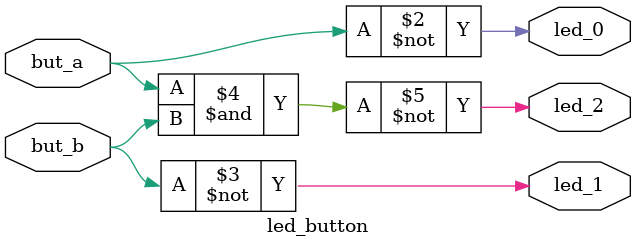
<source format=sv>

module led_button(
    input logic but_a,
    input logic but_b,
    output logic led_0,
    output logic led_1,
    output logic led_2);

    always_comb begin
        led_0 = ~but_a;
        led_1 = ~but_b;
        led_2 = ~(but_a & but_b);
    end

endmodule
</source>
